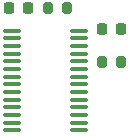
<source format=gbr>
%TF.GenerationSoftware,KiCad,Pcbnew,7.99.0-957-g18dd623122*%
%TF.CreationDate,2023-08-18T16:19:00-04:00*%
%TF.ProjectId,pca9685,70636139-3638-4352-9e6b-696361645f70,V1.0*%
%TF.SameCoordinates,Original*%
%TF.FileFunction,Paste,Top*%
%TF.FilePolarity,Positive*%
%FSLAX46Y46*%
G04 Gerber Fmt 4.6, Leading zero omitted, Abs format (unit mm)*
G04 Created by KiCad (PCBNEW 7.99.0-957-g18dd623122) date 2023-08-18 16:19:00*
%MOMM*%
%LPD*%
G01*
G04 APERTURE LIST*
G04 Aperture macros list*
%AMRoundRect*
0 Rectangle with rounded corners*
0 $1 Rounding radius*
0 $2 $3 $4 $5 $6 $7 $8 $9 X,Y pos of 4 corners*
0 Add a 4 corners polygon primitive as box body*
4,1,4,$2,$3,$4,$5,$6,$7,$8,$9,$2,$3,0*
0 Add four circle primitives for the rounded corners*
1,1,$1+$1,$2,$3*
1,1,$1+$1,$4,$5*
1,1,$1+$1,$6,$7*
1,1,$1+$1,$8,$9*
0 Add four rect primitives between the rounded corners*
20,1,$1+$1,$2,$3,$4,$5,0*
20,1,$1+$1,$4,$5,$6,$7,0*
20,1,$1+$1,$6,$7,$8,$9,0*
20,1,$1+$1,$8,$9,$2,$3,0*%
G04 Aperture macros list end*
%ADD10RoundRect,0.225000X0.225000X0.250000X-0.225000X0.250000X-0.225000X-0.250000X0.225000X-0.250000X0*%
%ADD11RoundRect,0.200000X0.200000X0.275000X-0.200000X0.275000X-0.200000X-0.275000X0.200000X-0.275000X0*%
%ADD12RoundRect,0.100000X-0.637500X-0.100000X0.637500X-0.100000X0.637500X0.100000X-0.637500X0.100000X0*%
%ADD13RoundRect,0.200000X-0.200000X-0.275000X0.200000X-0.275000X0.200000X0.275000X-0.200000X0.275000X0*%
%ADD14RoundRect,0.218750X-0.218750X-0.256250X0.218750X-0.256250X0.218750X0.256250X-0.218750X0.256250X0*%
G04 APERTURE END LIST*
D10*
%TO.C,C1*%
X145047000Y-93726000D03*
X143497000Y-93726000D03*
%TD*%
D11*
%TO.C,R2*%
X140525000Y-91948000D03*
X138875000Y-91948000D03*
%TD*%
D12*
%TO.C,U1*%
X135821500Y-93819000D03*
X135821500Y-94469000D03*
X135821500Y-95119000D03*
X135821500Y-95769000D03*
X135821500Y-96419000D03*
X135821500Y-97069000D03*
X135821500Y-97719000D03*
X135821500Y-98369000D03*
X135821500Y-99019000D03*
X135821500Y-99669000D03*
X135821500Y-100319000D03*
X135821500Y-100969000D03*
X135821500Y-101619000D03*
X135821500Y-102269000D03*
X141546500Y-102269000D03*
X141546500Y-101619000D03*
X141546500Y-100969000D03*
X141546500Y-100319000D03*
X141546500Y-99669000D03*
X141546500Y-99019000D03*
X141546500Y-98369000D03*
X141546500Y-97719000D03*
X141546500Y-97069000D03*
X141546500Y-96419000D03*
X141546500Y-95769000D03*
X141546500Y-95119000D03*
X141546500Y-94469000D03*
X141546500Y-93819000D03*
%TD*%
D13*
%TO.C,R1*%
X143447000Y-96520000D03*
X145097000Y-96520000D03*
%TD*%
D14*
%TO.C,D1*%
X135610499Y-91948000D03*
X137185501Y-91948000D03*
%TD*%
M02*

</source>
